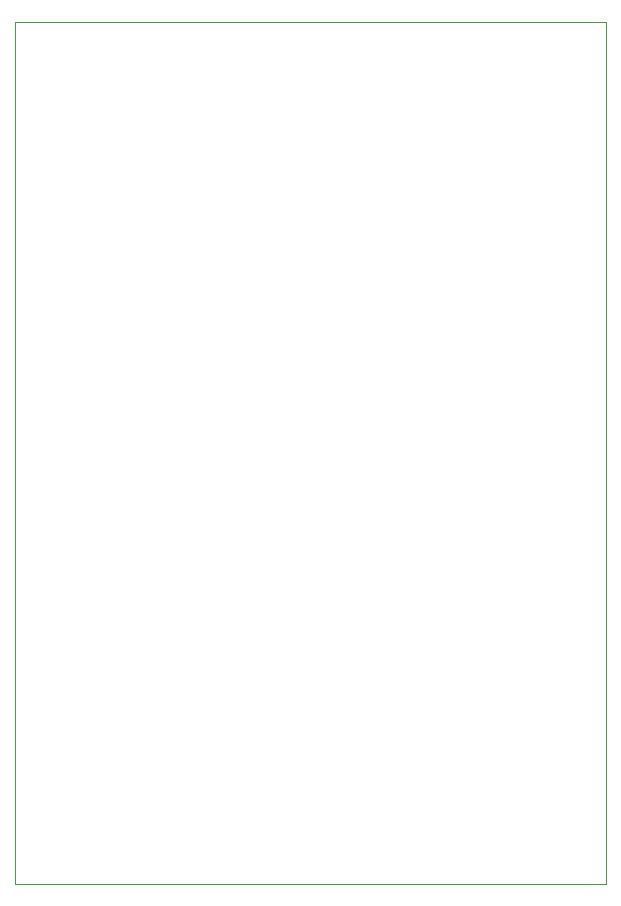
<source format=gm1>
G04 #@! TF.GenerationSoftware,KiCad,Pcbnew,(6.0.0)*
G04 #@! TF.CreationDate,2025-05-03T15:15:50+02:00*
G04 #@! TF.ProjectId,Smart Servo Control Board Rev.2,536d6172-7420-4536-9572-766f20436f6e,rev?*
G04 #@! TF.SameCoordinates,Original*
G04 #@! TF.FileFunction,Profile,NP*
%FSLAX46Y46*%
G04 Gerber Fmt 4.6, Leading zero omitted, Abs format (unit mm)*
G04 Created by KiCad (PCBNEW (6.0.0)) date 2025-05-03 15:15:50*
%MOMM*%
%LPD*%
G01*
G04 APERTURE LIST*
G04 #@! TA.AperFunction,Profile*
%ADD10C,0.100000*%
G04 #@! TD*
G04 APERTURE END LIST*
D10*
X201032520Y-36043428D02*
X251032520Y-36043428D01*
X251032520Y-36043428D02*
X251032520Y-109043428D01*
X251032520Y-109043428D02*
X201032520Y-109043428D01*
X201032520Y-109043428D02*
X201032520Y-36043428D01*
M02*

</source>
